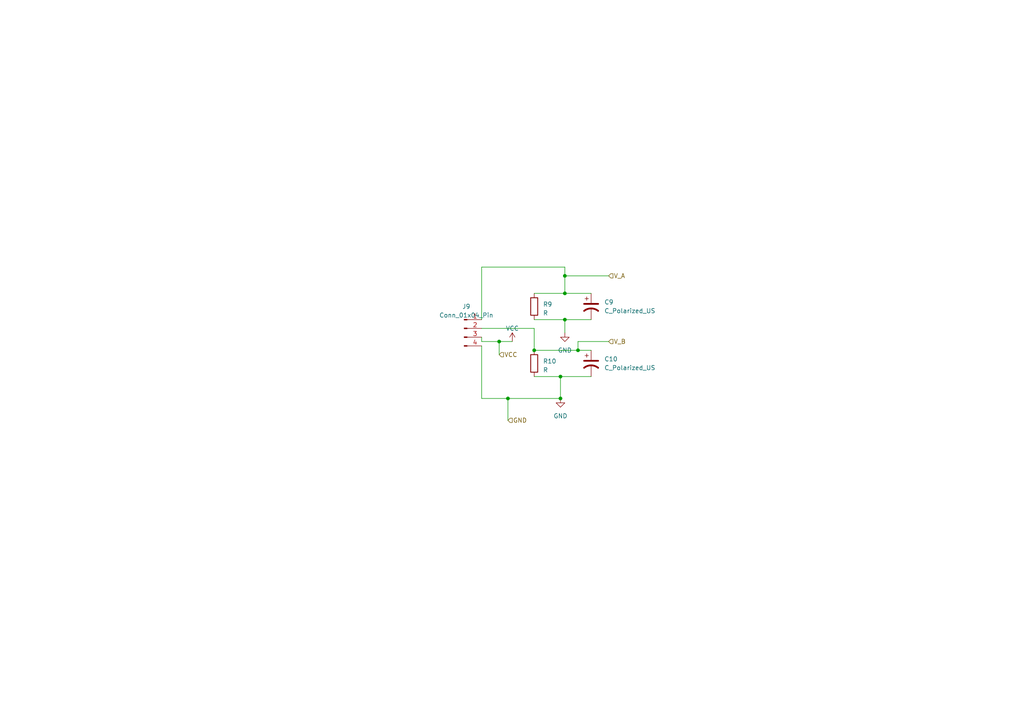
<source format=kicad_sch>
(kicad_sch (version 20230121) (generator eeschema)
  (paper "A4")
  (lib_symbols
    (symbol "Connector:Conn_01x04_Pin" (pin_names (offset 1.016) hide)
      (property "Reference" "J" (at 0 5.08 0))
      (property "Value" "Conn_01x04_Pin" (at 0 -7.62 0))
      (symbol "Conn_01x04_Pin_1_1"
        (polyline (pts (xy 1.27 -5.08) (xy 0.8636 -5.08)) (stroke (width 0.1524)))
        (polyline (pts (xy 1.27 -2.54) (xy 0.8636 -2.54)) (stroke (width 0.1524)))
        (polyline (pts (xy 1.27 0) (xy 0.8636 0)) (stroke (width 0.1524)))
        (polyline (pts (xy 1.27 2.54) (xy 0.8636 2.54)) (stroke (width 0.1524)))
        (rectangle (start 0.8636 -4.953) (end 0 -5.207) (stroke (width 0.1524)) (fill (type outline)))
        (rectangle (start 0.8636 -2.413) (end 0 -2.667) (stroke (width 0.1524)) (fill (type outline)))
        (rectangle (start 0.8636 0.127) (end 0 -0.127) (stroke (width 0.1524)) (fill (type outline)))
        (rectangle (start 0.8636 2.667) (end 0 2.413) (stroke (width 0.1524)) (fill (type outline)))
        (pin passive line (at 5.08 2.54 180) (length 3.81) (name "Pin_1") (number "1"))
        (pin passive line (at 5.08 0 180) (length 3.81) (name "Pin_2") (number "2"))
        (pin passive line (at 5.08 -2.54 180) (length 3.81) (name "Pin_3") (number "3"))
        (pin passive line (at 5.08 -5.08 180) (length 3.81) (name "Pin_4") (number "4"))
      )
    )
    (symbol "Device:C_Polarized_US" (pin_numbers hide) (pin_names (offset 0.254) hide)
      (property "Reference" "C" (at 0.635 2.54 0))
      (property "Value" "C_Polarized_US" (at 0.635 -2.54 0))
      (symbol "C_Polarized_US_0_1"
        (polyline (pts (xy -2.032 0.762) (xy 2.032 0.762)) (stroke (width 0.508)))
        (polyline (pts (xy -1.778 2.286) (xy -0.762 2.286)))
        (polyline (pts (xy -1.27 1.778) (xy -1.27 2.794)))
        (arc (start 2.032 -1.27) (mid 0 -0.5572) (end -2.032 -1.27) (stroke (width 0.508)))
      )
      (symbol "C_Polarized_US_1_1"
        (pin passive line (at 0 3.81 270) (length 2.794) (name "~") (number "1"))
        (pin passive line (at 0 -3.81 90) (length 3.302) (name "~") (number "2"))
      )
    )
    (symbol "Device:R" (pin_numbers hide) (pin_names (offset 0))
      (property "Reference" "R" (at 2.032 0 90))
      (property "Value" "R" (at 0 0 90))
      (symbol "R_0_1"
        (rectangle (start -1.016 -2.54) (end 1.016 2.54) (stroke (width 0.254)))
      )
      (symbol "R_1_1"
        (pin passive line (at 0 3.81 270) (length 1.27) (name "~") (number "1"))
        (pin passive line (at 0 -3.81 90) (length 1.27) (name "~") (number "2"))
      )
    )
    (symbol "power:GND" (power) (pin_names (offset 0))
      (property "Value" "GND" (at 0 -3.81 0))
      (symbol "GND_0_1"
        (polyline (pts (xy 0 0) (xy 0 -1.27) (xy 1.27 -1.27) (xy 0 -2.54) (xy -1.27 -1.27) (xy 0 -1.27)))
      )
      (symbol "GND_1_1"
        (pin power_in line (at 0 0 270) (length 0) hide (name "GND") (number "1"))
      )
    )
    (symbol "power:VCC" (power) (pin_names (offset 0))
      (property "Value" "VCC" (at 0 3.81 0))
      (symbol "VCC_0_1"
        (polyline (pts (xy -0.762 1.27) (xy 0 2.54)))
        (polyline (pts (xy 0 0) (xy 0 2.54)))
        (polyline (pts (xy 0 2.54) (xy 0.762 1.27)))
      )
      (symbol "VCC_1_1"
        (pin power_in line (at 0 0 90) (length 0) hide (name "VCC") (number "1"))
      )
    )
  )
  (junction (at 154.94 101.6))
  (junction (at 163.83 85.09))
  (junction (at 147.32 115.57))
  (junction (at 167.64 101.6))
  (junction (at 162.56 109.22))
  (junction (at 163.83 80.01))
  (junction (at 144.78 99.06))
  (junction (at 162.56 115.57))
  (junction (at 163.83 92.71))
  (wire (pts (xy 154.94 101.6) (xy 167.64 101.6)))
  (wire (pts (xy 139.7 95.25) (xy 154.94 95.25)))
  (wire (pts (xy 139.7 115.57) (xy 147.32 115.57)))
  (wire (pts (xy 163.83 80.01) (xy 176.53 80.01)))
  (wire (pts (xy 148.59 99.06) (xy 144.78 99.06)))
  (wire (pts (xy 163.83 77.47) (xy 163.83 80.01)))
  (wire (pts (xy 139.7 77.47) (xy 163.83 77.47)))
  (wire (pts (xy 162.56 109.22) (xy 171.45 109.22)))
  (wire (pts (xy 144.78 99.06) (xy 139.7 99.06)))
  (wire (pts (xy 163.83 92.71) (xy 171.45 92.71)))
  (wire (pts (xy 163.83 85.09) (xy 154.94 85.09)))
  (wire (pts (xy 147.32 115.57) (xy 147.32 121.92)))
  (wire (pts (xy 163.83 80.01) (xy 163.83 85.09)))
  (wire (pts (xy 139.7 99.06) (xy 139.7 97.79)))
  (wire (pts (xy 163.83 92.71) (xy 163.83 96.52)))
  (wire (pts (xy 167.64 99.06) (xy 167.64 101.6)))
  (wire (pts (xy 162.56 109.22) (xy 162.56 115.57)))
  (wire (pts (xy 147.32 115.57) (xy 162.56 115.57)))
  (wire (pts (xy 167.64 101.6) (xy 171.45 101.6)))
  (wire (pts (xy 139.7 92.71) (xy 139.7 77.47)))
  (wire (pts (xy 163.83 85.09) (xy 171.45 85.09)))
  (wire (pts (xy 154.94 95.25) (xy 154.94 101.6)))
  (wire (pts (xy 144.78 99.06) (xy 144.78 102.87)))
  (wire (pts (xy 176.53 99.06) (xy 167.64 99.06)))
  (wire (pts (xy 139.7 100.33) (xy 139.7 115.57)))
  (wire (pts (xy 154.94 109.22) (xy 162.56 109.22)))
  (wire (pts (xy 154.94 92.71) (xy 163.83 92.71)))
  (hierarchical_label "V_A" (shape input) (at 176.53 80.01 0))
  (hierarchical_label "GND" (shape input) (at 147.32 121.92 0))
  (hierarchical_label "VCC" (shape input) (at 144.78 102.87 0))
  (hierarchical_label "V_B" (shape input) (at 176.53 99.06 0))
  (symbol (lib_id "power:VCC") (at 148.59 99.06 0) (unit 1)
    (property "Reference" "#PWR035" (effects hide))
    (property "Value" "VCC" (at 148.59 95.25 0))
    (instances (project "buttons_rotary_input" (path "" (reference "#PWR035") (unit 1)) (path "" (reference "#PWR042") (unit 1)) (path "" (reference "#PWR047") (unit 1)) (path "" (reference "#PWR052") (unit 1))))
  )
  (symbol (lib_id "Device:R") (at 154.94 88.9 0) (unit 1)
    (property "Reference" "R9" (at 157.48 88.265 0) (effects (justify left)))
    (property "Value" "R" (at 157.48 90.805 0) (effects (justify left)))
    (property "Footprint" "Resistor_THT:R_Axial_DIN0414_L11.9mm_D4.5mm_P15.24mm_Horizontal" (effects hide))
    (instances (project "buttons_rotary_input" (path "" (reference "R9") (unit 1)) (path "" (reference "R11") (unit 1)) (path "" (reference "R13") (unit 1)) (path "" (reference "R15") (unit 1))))
  )
  (symbol (lib_id "Device:C_Polarized_US") (at 171.45 105.41 0) (unit 1)
    (property "Reference" "C10" (at 175.26 104.14 0) (effects (justify left)))
    (property "Value" "C_Polarized_US" (at 175.26 106.68 0) (effects (justify left)))
    (property "Footprint" "Capacitor_THT:CP_Radial_D6.3mm_P2.50mm" (effects hide))
    (instances (project "buttons_rotary_input" (path "" (reference "C10") (unit 1)) (path "" (reference "C12") (unit 1)) (path "" (reference "C14") (unit 1)) (path "" (reference "C16") (unit 1))))
  )
  (symbol (lib_id "power:GND") (at 163.83 96.52 0) (unit 1)
    (property "Reference" "#PWR037" (effects hide))
    (property "Value" "GND" (at 163.83 101.6 0))
    (instances (project "buttons_rotary_input" (path "" (reference "#PWR037") (unit 1)) (path "" (reference "#PWR044") (unit 1)) (path "" (reference "#PWR049") (unit 1)) (path "" (reference "#PWR054") (unit 1))))
  )
  (symbol (lib_id "Device:C_Polarized_US") (at 171.45 88.9 0) (unit 1)
    (property "Reference" "C9" (at 175.26 87.63 0) (effects (justify left)))
    (property "Value" "C_Polarized_US" (at 175.26 90.17 0) (effects (justify left)))
    (property "Footprint" "Capacitor_THT:CP_Radial_D6.3mm_P2.50mm" (effects hide))
    (instances (project "buttons_rotary_input" (path "" (reference "C9") (unit 1)) (path "" (reference "C11") (unit 1)) (path "" (reference "C13") (unit 1)) (path "" (reference "C15") (unit 1))))
  )
  (symbol (lib_id "power:GND") (at 162.56 115.57 0) (unit 1)
    (property "Reference" "#PWR036" (effects hide))
    (property "Value" "GND" (at 162.56 120.65 0))
    (instances (project "buttons_rotary_input" (path "" (reference "#PWR036") (unit 1)) (path "" (reference "#PWR043") (unit 1)) (path "" (reference "#PWR048") (unit 1)) (path "" (reference "#PWR053") (unit 1))))
  )
  (symbol (lib_id "Device:R") (at 154.94 105.41 0) (unit 1)
    (property "Reference" "R10" (at 157.48 104.775 0) (effects (justify left)))
    (property "Value" "R" (at 157.48 107.315 0) (effects (justify left)))
    (property "Footprint" "Resistor_THT:R_Axial_DIN0414_L11.9mm_D4.5mm_P15.24mm_Horizontal" (effects hide))
    (instances (project "buttons_rotary_input" (path "" (reference "R10") (unit 1)) (path "" (reference "R12") (unit 1)) (path "" (reference "R14") (unit 1)) (path "" (reference "R16") (unit 1))))
  )
  (symbol (lib_id "Connector:Conn_01x04_Pin") (at 134.62 95.25 0) (unit 1)
    (property "Reference" "J9" (at 135.255 88.9 0))
    (property "Value" "Conn_01x04_Pin" (at 135.255 91.44 0))
    (property "Footprint" "Connector_PinHeader_2.54mm:PinHeader_1x04_P2.54mm_Vertical" (effects hide))
    (instances (project "buttons_rotary_input" (path "" (reference "J9") (unit 1)) (path "" (reference "J11") (unit 1)) (path "" (reference "J13") (unit 1)) (path "" (reference "J15") (unit 1))))
  )
)
</source>
